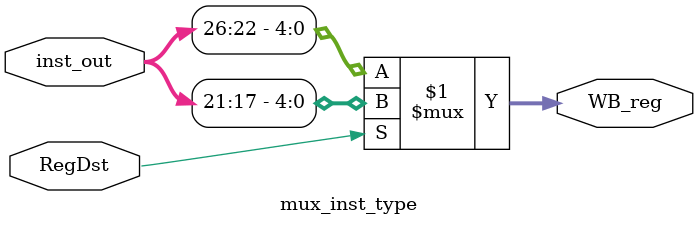
<source format=v>
`timescale 1ns/1ps
module mux_inst_type(WB_reg, inst_out, RegDst);
output [4:0] WB_reg;
input [31:0] inst_out;
input RegDst;

assign WB_reg = RegDst ? inst_out[21:17] : inst_out[26:22];
endmodule

</source>
